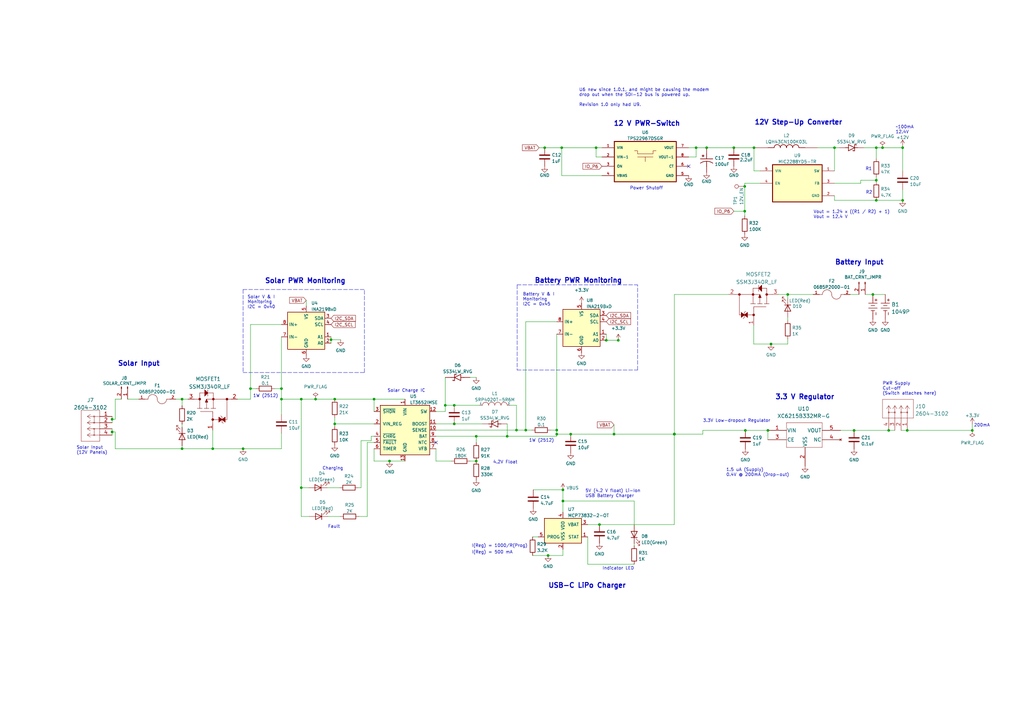
<source format=kicad_sch>
(kicad_sch (version 20211123) (generator eeschema)
  (paper "A3")
  (title_block (title "Enviro-node") (date "2023-04-13") (rev "${HARDWARE_REVISION}") (company "NSW Department of Primary Industries") (comment 1 "GitHub: https://github.com/DPIclimate/enviro-node"))
  (junction (at 358.013 120.777))
  (junction (at 305.435 86.614))
  (junction (at 359.41 82.169))
  (junction (at 370.205 82.169))
  (junction (at 195.326 189.103))
  (junction (at 74.676 163.703))
  (junction (at 359.41 73.914))
  (junction (at 361.9618 60.579))
  (junction (at 115.443 159.385))
  (junction (at 359.41 60.579))
  (junction (at 342.265 60.579))
  (junction (at 228.346 176.403))
  (junction (at 228.346 178.054))
  (junction (at 186.309 166.243))
  (junction (at 309.245 60.579))
  (junction (at 276.606 178.054))
  (junction (at 45.974 177.165))
  (junction (at 74.676 184.023))
  (junction (at 289.814 60.579))
  (junction (at 99.695 184.023))
  (junction (at 137.287 163.703))
  (junction (at 253.5962 139.5786))
  (junction (at 123.571 163.703))
  (junction (at 230.886 205.486))
  (junction (at 230.886 200.914))
  (junction (at 276.606 178.0249))
  (junction (at 159.766 189.103))
  (junction (at 211.836 176.403))
  (junction (at 244.475 60.579))
  (junction (at 370.205 60.579))
  (junction (at 305.7144 176.53))
  (junction (at 372.11 176.53))
  (junction (at 314.96 176.53))
  (junction (at 135.763 139.319))
  (junction (at 230.378 60.579))
  (junction (at 316.23 141.097))
  (junction (at 182.626 166.243))
  (junction (at 276.5704 178.054))
  (junction (at 115.443 163.703))
  (junction (at 208.026 178.943))
  (junction (at 45.974 171.958))
  (junction (at 364.49 176.53))
  (junction (at 87.249 184.023))
  (junction (at 129.4287 163.703))
  (junction (at 186.309 173.863))
  (junction (at 300.99 60.579))
  (junction (at 248.666 139.573))
  (junction (at 224.79 227.838))
  (junction (at 195.326 178.943))
  (junction (at 245.872 215.138))
  (junction (at 398.78 176.53))
  (junction (at 102.743 159.385))
  (junction (at 215.646 176.403))
  (junction (at 137.287 173.863))
  (junction (at 305.435 76.454))
  (junction (at 153.416 163.703))
  (junction (at 223.393 60.579))
  (junction (at 285.496 60.579))
  (junction (at 251.841 178.054))
  (junction (at 323.088 120.777))
  (junction (at 234.061 178.054))
  (junction (at 123.571 200.025))
  (junction (at 350.2914 176.53))
  (no_connect (at 282.448 68.199))
  (no_connect (at 178.816 181.483))
  (wire (pts (xy 288.2806 176.53) (xy 305.7144 176.53)))
  (wire (pts (xy 45.974 170.815) (xy 45.974 171.958)))
  (wire (pts (xy 359.41 60.579) (xy 359.41 65.024)))
  (wire (pts (xy 148.082 180.721) (xy 148.082 200.025)))
  (wire (pts (xy 353.06 75.184) (xy 353.06 73.914)))
  (wire (pts (xy 228.346 137.033) (xy 228.346 176.403)))
  (wire (pts (xy 178.816 184.023) (xy 178.816 189.103)))
  (wire (pts (xy 276.606 120.777) (xy 276.606 178.0249)))
  (wire (pts (xy 129.4287 163.703) (xy 137.287 163.703)))
  (wire (pts (xy 186.309 166.243) (xy 196.596 166.243)))
  (wire (pts (xy 245.872 215.138) (xy 276.5704 215.138)))
  (wire (pts (xy 115.443 163.703) (xy 123.571 163.703)))
  (wire (pts (xy 97.409 163.703) (xy 102.743 163.703)))
  (wire (pts (xy 123.571 163.703) (xy 123.571 200.025)))
  (wire (pts (xy 350.2914 176.53) (xy 364.49 176.53)))
  (wire (pts (xy 218.44 227.838) (xy 224.79 227.838)))
  (wire (pts (xy 246.888 64.389) (xy 244.475 64.389)))
  (wire (pts (xy 47.244 184.023) (xy 74.676 184.023)))
  (wire (pts (xy 208.026 173.863) (xy 208.026 178.943)))
  (wire (pts (xy 305.435 76.454) (xy 305.435 86.614)))
  (wire (pts (xy 230.886 205.486) (xy 260.096 205.486)))
  (wire (pts (xy 126.873 211.836) (xy 123.571 211.836)))
  (wire (pts (xy 309.88 60.579) (xy 309.245 60.579)))
  (wire (pts (xy 134.239 200.025) (xy 139.319 200.025)))
  (wire (pts (xy 208.026 178.943) (xy 228.346 178.943)))
  (wire (pts (xy 241.046 231.394) (xy 260.096 231.394)))
  (wire (pts (xy 276.5704 178.054) (xy 276.606 178.054)))
  (wire (pts (xy 316.23 141.097) (xy 323.088 141.097)))
  (wire (pts (xy 354.838 120.777) (xy 358.013 120.777)))
  (wire (pts (xy 309.245 70.104) (xy 309.245 60.579)))
  (wire (pts (xy 102.743 159.385) (xy 102.743 163.703)))
  (wire (pts (xy 359.41 73.914) (xy 359.41 74.549)))
  (wire (pts (xy 45.974 171.958) (xy 45.974 173.355)))
  (wire (pts (xy 112.649 159.385) (xy 115.443 159.385)))
  (wire (pts (xy 52.324 163.703) (xy 56.896 163.703)))
  (wire (pts (xy 115.443 184.023) (xy 115.443 177.673)))
  (wire (pts (xy 192.786 154.813) (xy 195.326 154.813)))
  (wire (pts (xy 221.107 60.579) (xy 223.393 60.579)))
  (wire (pts (xy 146.939 200.025) (xy 148.082 200.025)))
  (wire (pts (xy 192.786 189.103) (xy 195.326 189.103)))
  (wire (pts (xy 115.443 138.176) (xy 115.443 159.385)))
  (wire (pts (xy 228.346 178.054) (xy 234.061 178.054)))
  (wire (pts (xy 123.571 200.025) (xy 126.619 200.025)))
  (wire (pts (xy 311.785 75.184) (xy 305.435 75.184)))
  (wire (pts (xy 248.666 137.033) (xy 248.666 139.573)))
  (wire (pts (xy 123.571 163.703) (xy 129.4287 163.703)))
  (wire (pts (xy 276.606 178.054) (xy 288.2806 178.054)))
  (wire (pts (xy 285.496 64.389) (xy 285.496 60.579)))
  (wire (pts (xy 178.816 189.103) (xy 185.166 189.103)))
  (wire (pts (xy 45.974 177.165) (xy 45.974 178.435)))
  (wire (pts (xy 234.061 178.054) (xy 251.841 178.054)))
  (wire (pts (xy 323.088 131.445) (xy 323.088 130.175)))
  (polyline (pts (xy 212.09 116.84) (xy 261.493 116.84)))
  (wire (pts (xy 354.33 60.579) (xy 359.41 60.579)))
  (wire (pts (xy 276.5704 178.054) (xy 276.5704 215.138)))
  (wire (pts (xy 182.626 154.813) (xy 182.626 166.243)))
  (wire (pts (xy 102.743 133.096) (xy 115.443 133.096)))
  (wire (pts (xy 305.435 75.184) (xy 305.435 76.454)))
  (wire (pts (xy 135.763 138.176) (xy 135.763 139.319)))
  (wire (pts (xy 344.805 176.53) (xy 350.2914 176.53)))
  (wire (pts (xy 47.244 163.703) (xy 49.784 163.703)))
  (wire (pts (xy 244.475 64.389) (xy 244.475 60.579)))
  (wire (pts (xy 74.676 182.88) (xy 74.676 184.023)))
  (wire (pts (xy 282.448 64.389) (xy 285.496 64.389)))
  (wire (pts (xy 74.676 163.703) (xy 74.676 166.37)))
  (wire (pts (xy 224.79 227.838) (xy 230.886 227.838)))
  (wire (pts (xy 230.378 72.009) (xy 230.378 60.579)))
  (wire (pts (xy 251.841 174.244) (xy 251.841 178.054)))
  (wire (pts (xy 218.694 200.914) (xy 230.886 200.914)))
  (wire (pts (xy 223.393 60.579) (xy 230.378 60.579)))
  (wire (pts (xy 359.41 82.169) (xy 370.205 82.169)))
  (wire (pts (xy 358.013 120.777) (xy 363.093 120.777)))
  (polyline (pts (xy 99.695 152.781) (xy 149.479 152.781)))
  (polyline (pts (xy 149.479 152.781) (xy 149.479 118.745)))
  (wire (pts (xy 148.082 180.721) (xy 152.273 180.721)))
  (wire (pts (xy 186.309 173.863) (xy 197.866 173.863)))
  (wire (pts (xy 218.44 220.218) (xy 220.726 220.218)))
  (wire (pts (xy 74.676 184.023) (xy 87.249 184.023)))
  (wire (pts (xy 359.41 72.644) (xy 359.41 73.914)))
  (wire (pts (xy 370.205 60.579) (xy 370.205 59.944)))
  (wire (pts (xy 225.806 176.403) (xy 228.346 176.403)))
  (wire (pts (xy 319.278 120.777) (xy 323.088 120.777)))
  (wire (pts (xy 134.493 211.836) (xy 139.573 211.836)))
  (wire (pts (xy 309.118 141.097) (xy 316.23 141.097)))
  (wire (pts (xy 182.626 166.243) (xy 186.309 166.243)))
  (wire (pts (xy 102.743 133.096) (xy 102.743 159.385)))
  (wire (pts (xy 228.346 178.943) (xy 228.346 178.054)))
  (wire (pts (xy 342.265 60.579) (xy 344.17 60.579)))
  (wire (pts (xy 178.816 176.403) (xy 211.836 176.403)))
  (polyline (pts (xy 212.09 116.84) (xy 212.09 151.765)))
  (wire (pts (xy 209.296 166.243) (xy 211.836 166.243)))
  (wire (pts (xy 125.603 123.19) (xy 125.603 125.476)))
  (wire (pts (xy 215.646 131.953) (xy 228.346 131.953)))
  (wire (pts (xy 309.118 133.477) (xy 309.118 141.097)))
  (wire (pts (xy 288.2806 178.054) (xy 288.2806 176.53)))
  (wire (pts (xy 323.088 139.065) (xy 323.088 141.097)))
  (wire (pts (xy 241.046 215.138) (xy 245.872 215.138)))
  (wire (pts (xy 178.816 173.863) (xy 186.309 173.863)))
  (wire (pts (xy 370.205 82.169) (xy 370.205 77.724)))
  (wire (pts (xy 153.416 163.703) (xy 153.416 168.783)))
  (polyline (pts (xy 261.493 151.765) (xy 261.493 116.84)))
  (wire (pts (xy 361.9618 60.579) (xy 370.205 60.579)))
  (wire (pts (xy 228.346 178.054) (xy 228.346 176.403)))
  (wire (pts (xy 115.443 159.385) (xy 115.443 163.703)))
  (wire (pts (xy 342.265 82.169) (xy 359.41 82.169)))
  (wire (pts (xy 230.378 72.009) (xy 246.888 72.009)))
  (wire (pts (xy 335.28 60.579) (xy 342.265 60.579)))
  (wire (pts (xy 195.326 178.943) (xy 208.026 178.943)))
  (polyline (pts (xy 212.09 151.765) (xy 261.493 151.765)))
  (wire (pts (xy 370.205 60.579) (xy 370.205 70.104)))
  (wire (pts (xy 323.088 120.777) (xy 333.502 120.777)))
  (wire (pts (xy 152.273 178.943) (xy 153.416 178.943)))
  (wire (pts (xy 230.886 205.486) (xy 230.886 210.058)))
  (wire (pts (xy 182.626 168.783) (xy 182.626 166.243)))
  (wire (pts (xy 153.416 189.103) (xy 159.766 189.103)))
  (wire (pts (xy 153.416 163.703) (xy 166.116 163.703)))
  (wire (pts (xy 285.496 60.579) (xy 289.814 60.579)))
  (wire (pts (xy 251.841 178.054) (xy 276.5704 178.054)))
  (wire (pts (xy 74.676 163.703) (xy 77.089 163.703)))
  (wire (pts (xy 241.046 220.218) (xy 241.046 231.394)))
  (wire (pts (xy 153.416 184.023) (xy 153.416 189.103)))
  (wire (pts (xy 47.244 184.023) (xy 47.244 177.165)))
  (wire (pts (xy 152.273 180.721) (xy 152.273 178.943)))
  (wire (pts (xy 342.265 75.184) (xy 353.06 75.184)))
  (wire (pts (xy 398.78 176.53) (xy 398.78 173.99)))
  (wire (pts (xy 215.646 131.953) (xy 215.646 176.403)))
  (wire (pts (xy 253.5962 139.573) (xy 253.5962 139.5786)))
  (wire (pts (xy 230.886 227.838) (xy 230.886 225.298)))
  (wire (pts (xy 369.57 176.53) (xy 372.11 176.53)))
  (wire (pts (xy 135.763 139.319) (xy 135.763 140.716)))
  (wire (pts (xy 311.785 70.104) (xy 309.245 70.104)))
  (wire (pts (xy 314.96 176.53) (xy 314.96 180.34)))
  (wire (pts (xy 260.096 223.012) (xy 260.096 223.774)))
  (wire (pts (xy 47.244 177.165) (xy 45.974 177.165)))
  (wire (pts (xy 244.475 60.579) (xy 246.888 60.579)))
  (wire (pts (xy 372.11 176.53) (xy 398.78 176.53)))
  (wire (pts (xy 137.287 173.863) (xy 137.287 174.879)))
  (wire (pts (xy 178.816 178.943) (xy 195.326 178.943)))
  (wire (pts (xy 276.606 178.0249) (xy 276.606 178.054)))
  (wire (pts (xy 72.136 163.703) (xy 74.676 163.703)))
  (wire (pts (xy 289.814 60.579) (xy 300.99 60.579)))
  (wire (pts (xy 300.99 86.614) (xy 305.435 86.614)))
  (wire (pts (xy 372.11 176.5008) (xy 372.11 176.53)))
  (wire (pts (xy 135.763 139.319) (xy 139.7 139.319)))
  (wire (pts (xy 282.448 60.579) (xy 285.496 60.579)))
  (wire (pts (xy 211.836 176.403) (xy 215.646 176.403)))
  (wire (pts (xy 305.7144 176.53) (xy 314.96 176.53)))
  (wire (pts (xy 74.676 173.99) (xy 74.676 175.26)))
  (wire (pts (xy 137.287 173.863) (xy 153.416 173.863)))
  (polyline (pts (xy 99.695 118.745) (xy 149.479 118.745)))
  (wire (pts (xy 230.378 60.579) (xy 244.475 60.579)))
  (wire (pts (xy 159.766 189.103) (xy 166.116 189.103)))
  (wire (pts (xy 230.886 200.914) (xy 230.886 205.486)))
  (wire (pts (xy 348.742 120.777) (xy 352.298 120.777)))
  (wire (pts (xy 260.096 215.392) (xy 260.096 205.486)))
  (wire (pts (xy 323.088 120.777) (xy 323.088 122.555)))
  (wire (pts (xy 342.265 80.264) (xy 342.265 82.169)))
  (wire (pts (xy 150.622 181.483) (xy 153.416 181.483)))
  (wire (pts (xy 47.244 171.958) (xy 47.244 163.703)))
  (wire (pts (xy 45.974 171.958) (xy 47.244 171.958)))
  (wire (pts (xy 115.443 163.703) (xy 115.443 170.053)))
  (wire (pts (xy 45.974 175.895) (xy 45.974 177.165)))
  (wire (pts (xy 150.622 181.483) (xy 150.622 211.836)))
  (wire (pts (xy 147.193 211.836) (xy 150.622 211.836)))
  (wire (pts (xy 102.743 159.385) (xy 105.029 159.385)))
  (wire (pts (xy 309.245 60.579) (xy 300.99 60.579)))
  (wire (pts (xy 211.836 166.243) (xy 211.836 176.403)))
  (wire (pts (xy 87.249 176.403) (xy 87.249 184.023)))
  (wire (pts (xy 342.265 60.579) (xy 342.265 70.104)))
  (wire (pts (xy 87.249 184.023) (xy 99.695 184.023)))
  (wire (pts (xy 353.06 73.914) (xy 359.41 73.914)))
  (wire (pts (xy 178.816 168.783) (xy 182.626 168.783)))
  (wire (pts (xy 305.435 86.614) (xy 305.435 88.519)))
  (wire (pts (xy 248.666 139.573) (xy 253.5962 139.573)))
  (wire (pts (xy 359.41 60.579) (xy 361.9618 60.579)))
  (polyline (pts (xy 99.695 118.745) (xy 99.695 152.781)))
  (wire (pts (xy 99.695 184.023) (xy 115.443 184.023)))
  (wire (pts (xy 276.606 120.777) (xy 298.958 120.777)))
  (wire (pts (xy 137.287 171.323) (xy 137.287 173.863)))
  (wire (pts (xy 123.571 211.836) (xy 123.571 200.025)))
  (wire (pts (xy 137.287 163.703) (xy 153.416 163.703)))
  (wire (pts (xy 195.326 178.943) (xy 195.326 181.483)))
  (wire (pts (xy 364.49 176.53) (xy 367.03 176.53)))
  (wire (pts (xy 215.646 176.403) (xy 218.186 176.403)))
  (text "I(Reg) = 1000/R(Prog)" (at 216.408 224.663 180) (effects (font (size 1.27 1.27)) (justify right bottom)))
  (text "5V (4.2 V float) Li-Ion \nUSB Battery Charger" (at 240.03 204.216 0) (effects (font (size 1.27 1.27)) (justify left bottom)))
  (text "200mA" (at 399.415 175.26 0) (effects (font (size 1.27 1.27)) (justify left bottom)))
  (text "Solar Charge IC" (at 158.877 161.036 0) (effects (font (size 1.27 1.27)) (justify left bottom)))
  (text "1W (2512)" (at 216.916 181.483 0) (effects (font (size 1.27 1.27)) (justify left bottom)))
  (text "Charging" (at 132.207 192.913 0) (effects (font (size 1.27 1.27)) (justify left bottom)))
  (text "3.3V Low-dropout Regulator" (at 288.29 173.355 0) (effects (font (size 1.27 1.27)) (justify left bottom)))
  (text "Battery PWR Monitoring" (at 219.202 116.332 0) (effects (font (size 2 2) (thickness 0.4) bold) (justify left bottom)))
  (text "12 V PWR-Switch\n" (at 251.587 51.943 0) (effects (font (size 2 2) (thickness 0.4) bold) (justify left bottom)))
  (text "Indicator LED" (at 260.096 233.934 180) (effects (font (size 1.27 1.27)) (justify right bottom)))
  (text "USB-C LiPo Charger" (at 224.79 241.427 0) (effects (font (size 2 2) (thickness 0.4) bold) (justify left bottom)))
  (text "1.5 uA (Supply)\n0.4V @ 200mA (Drop-out)" (at 297.815 195.58 0) (effects (font (size 1.27 1.27)) (justify left bottom)))
  (text "Power Shutoff" (at 258.318 77.978 0) (effects (font (size 1.27 1.27)) (justify left bottom)))
  (text "Battery V & I\nMonitoring\nI2C = 0x45" (at 214.376 125.603 0) (effects (font (size 1.27 1.27)) (justify left bottom)))
  (text "U6 new since 1.0.1, and might be causing the modem\ndrop out when the SDI-12 bus is powered up.\n\nRevision 1.0 only had U9." (at 237.49 43.815 0) (effects (font (size 1.27 1.27)) (justify left bottom)))
  (text "Solar Input\n(12V Panels)" (at 31.369 186.436 0) (effects (font (size 1.27 1.27)) (justify left bottom)))
  (text "Battery Input" (at 342.392 108.839 0) (effects (font (size 2 2) (thickness 0.4) bold) (justify left bottom)))
  (text "3.3 V Regulator" (at 317.9064 164.084 0) (effects (font (size 2 2) (thickness 0.4) bold) (justify left bottom)))
  (text "R2" (at 355.092 79.756 0) (effects (font (size 1.27 1.27)) (justify left bottom)))
  (text "R1" (at 354.965 70.104 0) (effects (font (size 1.27 1.27)) (justify left bottom)))
  (text "I(Reg) = 500 mA" (at 210.312 227.33 180) (effects (font (size 1.27 1.27)) (justify right bottom)))
  (text "Vout = 1.24 x ((R1 / R2) + 1)\nVout = 12.4 V" (at 333.629 89.789 0) (effects (font (size 1.27 1.27)) (justify left bottom)))
  (text "~100mA\n12.4V" (at 367.284 54.991 0) (effects (font (size 1.27 1.27)) (justify left bottom)))
  (text "Solar V & I\nMonitoring\nI2C = 0x40" (at 101.473 126.746 0) (effects (font (size 1.27 1.27)) (justify left bottom)))
  (text "12V Step-Up Converter" (at 309.372 51.435 0) (effects (font (size 2 2) (thickness 0.4) bold) (justify left bottom)))
  (text "Solar Input" (at 48.26 150.368 0) (effects (font (size 2 2) (thickness 0.4) bold) (justify left bottom)))
  (text "Solar PWR Monitoring" (at 108.585 116.459 0) (effects (font (size 2 2) (thickness 0.4) bold) (justify left bottom)))
  (text "4.2V Float" (at 202.184 190.373 0) (effects (font (size 1.27 1.27)) (justify left bottom)))
  (text "Fault" (at 134.493 216.789 0) (effects (font (size 1.27 1.27)) (justify left bottom)))
  (text "PWR Supply\nCut-off\n(Switch attaches here)" (at 361.95 162.179 0) (effects (font (size 1.27 1.27)) (justify left bottom)))
  (text "1W (2512)" (at 103.759 163.195 0) (effects (font (size 1.27 1.27)) (justify left bottom)))
  (global_label "I2C_SCL" (shape input) (at 248.666 131.953 0) (property "Intersheet References" "${INTERSHEET_REFS}" (effects hide)))
  (global_label "IO_P6" (shape input) (at 300.99 86.614 180) (property "Intersheet References" "${INTERSHEET_REFS}" (effects hide)))
  (global_label "I2C_SDA" (shape input) (at 135.763 130.556 0) (property "Intersheet References" "${INTERSHEET_REFS}" (effects hide)))
  (global_label "VBAT" (shape input) (at 125.603 123.19 180) (property "Intersheet References" "${INTERSHEET_REFS}" (effects hide)))
  (global_label "I2C_SDA" (shape input) (at 248.666 129.413 0) (property "Intersheet References" "${INTERSHEET_REFS}" (effects hide)))
  (global_label "VBAT" (shape input) (at 251.841 174.244 180) (property "Intersheet References" "${INTERSHEET_REFS}" (effects hide)))
  (global_label "I2C_SCL" (shape input) (at 135.763 133.096 0) (property "Intersheet References" "${INTERSHEET_REFS}" (effects hide)))
  (global_label "VBAT" (shape input) (at 221.107 60.579 180) (property "Intersheet References" "${INTERSHEET_REFS}" (effects hide)))
  (global_label "IO_P6" (shape input) (at 246.888 68.199 180) (property "Intersheet References" "${INTERSHEET_REFS}" (effects hide)))
  (symbol (lib_id "Device:C") (at 115.443 173.863 0) (unit 1)
    (property "Reference" "C11" (at 118.364 173.0283 0) (effects (justify left)))
    (property "Value" "10uF" (at 118.364 175.5652 0) (effects (justify left)))
    (property "Footprint" "Capacitor_SMD:C_0805_2012Metric" (effects hide))
    (property "Datasheet" "https://www.digikey.com.au/en/products/detail/tdk-corporation/C2012X5R1V106K125AC/3951654" (effects hide))
    (property "Part" "C2012X5R1V106K125AC" (effects hide))
  )
  (symbol (lib_id "power:GND") (at 195.326 196.723 0) (unit 1)
    (property "Reference" "#PWR059" (effects hide))
    (property "Value" "GND" (at 195.326 201.1664 0))
  )
  (symbol (lib_id "power:GND") (at 350.2914 184.15 0) (unit 1)
    (property "Reference" "#PWR077" (effects hide))
    (property "Value" "GND" (at 350.2914 188.5934 0))
  )
  (symbol (lib_id "SS34LW_RVG:SS34LW_RVG") (at 202.946 173.863 180) (unit 1)
    (property "Reference" "D7" (at 202.946 168.8932 0))
    (property "Value" "SS34LW_RVG" (at 202.946 171.4301 0))
    (property "Footprint" "SS34LW_RVG:SODFL3718X102N" (effects hide))
    (property "Datasheet" "https://www.digikey.com.au/en/products/detail/taiwan-semiconductor-corporation/SS34LW/7359612" (effects hide))
    (property "MANUFACTURER" "Taiwan Semiconductor" (effects hide))
    (property "MAXIMUM_PACKAGE_HEIGHT" "1.02 mm" (effects hide))
    (property "STANDARD" "IPC-7351B" (effects hide))
    (property "PARTREV" "C2103" (effects hide))
    (property "Part" "SS34LW_RVG" (effects hide))
  )
  (symbol (lib_id "power:GND") (at 223.393 68.199 0) (unit 1)
    (property "Reference" "#PWR057" (effects hide))
    (property "Value" "GND" (at 225.425 71.882 0) (effects (justify right)))
  )
  (symbol (lib_id "power:GND") (at 300.99 68.199 0) (unit 1)
    (property "Reference" "#PWR070" (effects hide))
    (property "Value" "GND" (at 300.99 71.882 0))
  )
  (symbol (lib_id "power:+12V") (at 370.205 59.944 0) (unit 1)
    (property "Reference" "#PWR075" (effects hide))
    (property "Value" "+12V" (at 370.205 56.3682 0))
  )
  (symbol (lib_id "power:GND") (at 305.7144 184.15 0) (unit 1)
    (property "Reference" "#PWR072" (effects hide))
    (property "Value" "GND" (at 305.7144 188.5934 0))
  )
  (symbol (lib_id "Battery_Management:LT3652IMSE") (at 166.116 176.403 0) (unit 1)
    (property "Reference" "U5" (at 168.1354 162.5432 0) (effects (justify left)))
    (property "Value" "LT3652IMSE" (at 168.1354 165.0801 0) (effects (justify left)))
    (property "Footprint" "Package_SO:MSOP-12-1EP_3x4mm_P0.65mm_EP1.65x2.85mm" (effects hide))
    (property "Datasheet" "https://www.analog.com/media/en/technical-documentation/data-sheets/3652fe.pdf" (effects hide))
    (property "Part" "LT3652IMSE" (effects hide))
  )
  (symbol (lib_id "power:GND") (at 234.061 185.674 0) (unit 1)
    (property "Reference" "#PWR063" (effects hide))
    (property "Value" "GND" (at 234.061 190.1174 0))
  )
  (symbol (lib_id "SSM3J340R-LF:SSM3J340R_LF") (at 79.629 173.863 90) (unit 1)
    (property "Reference" "MOSFET1" (at 85.344 155.448 90) (effects (font (size 1.524 1.524))))
    (property "Value" "SSM3J340R_LF" (at 85.979 158.623 90) (effects (font (size 1.524 1.524))))
    (property "Footprint" "SSM3J340R_LF:SSM3J340R_LF" (effects hide))
    (property "Datasheet" "https://www.digikey.com.au/en/products/detail/toshiba-semiconductor-and-storage/SSM3J340R-LF/10259884?s=N4IgTCBcDaIMpwLIGYBSyAsAGASgfQBkAxEAXQF8g" (effects hide))
    (property "Part" "SSM3J340R,LF" (effects hide))
  )
  (symbol (lib_id "0685P2000-01:0685P2000-01") (at 341.122 120.777 0) (unit 1)
    (property "Reference" "F2" (at 341.122 115.223 0))
    (property "Value" "0685P2000-01" (at 341.122 117.7599 0))
    (property "Footprint" "0685P2000-01:0685P2000-01" (effects hide))
    (property "Datasheet" "https://www.digikey.com.au/en/products/detail/bel-fuse-inc/0685P2000-01/12140901?s=N4IgTCBcDaIAwDYAcBWACmOWC0cCMIAugL5A" (effects hide))
    (property "MAXIMUM_PACKAGE_HEIGHT" "0.83mm" (effects hide))
    (property "PARTREV" "Jan2019" (effects hide))
    (property "STANDARD" "IPC-7351B" (effects hide))
    (property "MANUFACTURER" "BELFUSE" (effects hide))
    (property "Part" "0685P2000-01" (effects hide))
  )
  (symbol (lib_id "Device:R") (at 137.287 167.513 0) (unit 1)
    (property "Reference" "R22" (at 139.065 166.6783 0) (effects (justify left)))
    (property "Value" "21K" (at 139.065 169.2152 0) (effects (justify left)))
    (property "Footprint" "Resistor_SMD:R_0805_2012Metric" (effects hide))
    (property "Datasheet" "https://www.digikey.com.au/en/products/detail/vishay-dale/CRCW080521K0FKEA/1175785" (effects hide))
    (property "Part" "CRCW080521K0FKEA" (effects hide))
  )
  (symbol (lib_id "power:GND") (at 137.287 182.499 0) (unit 1)
    (property "Reference" "#PWR054" (effects hide))
    (property "Value" "GND" (at 137.287 186.9424 0))
  )
  (symbol (lib_id "T520B107M006ATE015:T520B107M006ATE015") (at 289.814 65.659 270) (unit 1)
    (property "Reference" "C17" (at 293.116 64.8243 90) (effects (justify left)))
    (property "Value" "100uF" (at 293.116 67.3612 90) (effects (justify left)))
    (property "Footprint" "T520B107M006ATE015:CAPPM3528X210N" (effects hide))
    (property "Datasheet" "https://www.digikey.com.au/en/products/detail/kemet/T520B107M006ATE015/1842096?s=N4IgTCBcDaICoFYwAYBCBGZB2Ass5AbAIJwCiy6CIAugL5A" (effects hide))
    (property "STANDARD" "IPC-7351B" (effects hide))
    (property "MANUFACTURER" "KEMET" (effects hide))
    (property "Part" "T520B107M006ATE015" (effects hide))
  )
  (symbol (lib_id "Device:R") (at 74.676 170.18 0) (unit 1)
    (property "Reference" "R20" (at 76.454 169.3453 0) (effects (justify left)))
    (property "Value" "2K" (at 76.454 171.8822 0) (effects (justify left)))
    (property "Footprint" "Resistor_SMD:R_0805_2012Metric" (effects hide))
    (property "Datasheet" "https://www.digikey.com.au/en/products/detail/te-connectivity-passive-product/CRG0805F4K7/2135488" (effects hide))
    (property "Part" "CRG0805F4K7" (effects hide))
  )
  (symbol (lib_id "Device:R") (at 218.44 224.028 180) (unit 1)
    (property "Reference" "R29" (at 220.218 223.1933 0) (effects (justify right)))
    (property "Value" "3.2K" (at 220.218 225.7302 0) (effects (justify right)))
    (property "Footprint" "Resistor_SMD:R_0805_2012Metric" (effects hide))
    (property "Datasheet" "https://www.digikey.com.au/en/products/detail/vishay-dale/TNPW08053K20BEEA/4972596" (effects hide))
    (property "Part" "TNPW08053K20BEEA" (effects hide))
  )
  (symbol (lib_id "power:GND") (at 218.694 208.534 0) (unit 1)
    (property "Reference" "#PWR060" (effects hide))
    (property "Value" "GND" (at 218.694 212.9774 0))
  )
  (symbol (lib_id "2604-3102:2604-3102") (at 35.814 175.895 0) (mirror y) (unit 1)
    (property "Reference" "J7" (at 37.084 164.1274 0) (effects (font (size 1.524 1.524))))
    (property "Value" "2604-3102" (at 37.084 167.1208 0) (effects (font (size 1.524 1.524))))
    (property "Footprint" "2604-3102:2604-3102" (effects hide))
    (property "Datasheet" "https://www.digikey.com.au/en/products/detail/wago-corporation/2604-3102/15528152?s=N4IgTCBcDa4GwAYAsBaAzARgRAugXyA" (effects hide))
    (property "Part" "2604-3102" (effects hide))
  )
  (symbol (lib_id "XC6215B332MR-G:XC6215B332MR-G") (at 322.58 173.355 0) (unit 1)
    (property "Reference" "U10" (at 329.565 167.64 0) (effects (font (size 1.524 1.524))))
    (property "Value" "XC6215B332MR-G" (at 329.565 170.6334 0) (effects (font (size 1.524 1.524))))
    (property "Footprint" "XC6215B332:XC6215B332MR-G" (effects hide))
    (property "Datasheet" "https://www.digikey.com.au/en/products/detail/torex-semiconductor-ltd/XC6215B332MR-G/2138122" (effects hide))
    (property "Part" "XC6215B332MR-G" (effects hide))
  )
  (symbol (lib_id "power:PWR_FLAG") (at 398.78 176.53 180) (unit 1)
    (property "Reference" "#FLG02" (effects hide))
    (property "Value" "PWR_FLAG" (at 398.78 181.61 0))
  )
  (symbol (lib_id "power:GND") (at 245.872 222.758 0) (unit 1)
    (property "Reference" "#PWR067" (effects hide))
    (property "Value" "GND" (at 245.872 227.2014 0))
  )
  (symbol (lib_id "Device:R") (at 137.287 178.689 0) (unit 1)
    (property "Reference" "R23" (at 139.065 177.8543 0) (effects (justify left)))
    (property "Value" "10K" (at 139.065 180.3912 0) (effects (justify left)))
    (property "Footprint" "Resistor_SMD:R_0805_2012Metric" (effects hide))
    (property "Datasheet" "https://www.digikey.com.au/en/products/detail/yageo/RC0805FR-0710KP/4935334" (effects hide))
    (property "Part" "RC0805FR-0710KP" (effects hide))
  )
  (symbol (lib_id "Device:R") (at 108.839 159.385 90) (unit 1)
    (property "Reference" "R21" (at 108.839 154.6692 90))
    (property "Value" "0.1" (at 108.839 157.2061 90))
    (property "Footprint" "Resistor_SMD:R_2512_6332Metric" (effects hide))
    (property "Datasheet" "https://www.digikey.com.au/en/products/detail/bourns-inc/CRL2512-FW-R100ELF/3786041" (effects hide))
    (property "Part" "CRL2512-FW-R100ELF" (effects hide))
  )
  (symbol (lib_id "Device:C") (at 350.2914 180.34 0) (unit 1)
    (property "Reference" "C21" (at 353.2124 179.5053 0) (effects (justify left)))
    (property "Value" "0.1uF" (at 353.2124 182.0422 0) (effects (justify left)))
    (property "Footprint" "Capacitor_SMD:C_0805_2012Metric" (effects hide))
    (property "Datasheet" "https://www.digikey.com.au/en/products/detail/yageo/AC0805KRX7R7BB104/6643148" (effects hide))
    (property "Part" "AC0805KRX7R7BB104" (effects hide))
  )
  (symbol (lib_id "Connector:Conn_01x02_Male") (at 354.838 115.697 270) (unit 1)
    (property "Reference" "J9" (at 352.298 111.379 90) (effects (justify left)))
    (property "Value" "BAT_CRNT_JMPR" (at 346.329 113.665 90) (effects (justify left)))
    (property "Footprint" "Connector_PinHeader_2.54mm:PinHeader_1x02_P2.54mm_Vertical" (effects hide))
  )
  (symbol (lib_id "power:GND") (at 139.7 139.319 0) (unit 1)
    (property "Reference" "#PWR055" (effects hide))
    (property "Value" "GND" (at 139.7 143.7624 0))
  )
  (symbol (lib_id "power:GND") (at 358.013 130.937 0) (unit 1)
    (property "Reference" "#PWR078" (effects hide))
    (property "Value" "GND" (at 358.013 135.3804 0))
  )
  (symbol (lib_id "Device:C") (at 300.99 64.389 0) (unit 1)
    (property "Reference" "C18" (at 303.911 63.5543 0) (effects (justify left)))
    (property "Value" "2.2uF" (at 303.403 65.532 0) (effects (justify left)))
    (property "Footprint" "Capacitor_SMD:C_0805_2012Metric" (effects hide))
    (property "Datasheet" "https://www.digikey.com.au/en/products/detail/kemet/C0805C225M3RAC7800/5267532" (effects hide))
    (property "Part" "C0805C225M3RAC7800" (effects hide))
  )
  (symbol (lib_id "Analog_ADC:INA219BxD") (at 238.506 134.493 0) (unit 1)
    (property "Reference" "U8" (at 240.5254 123.1732 0) (effects (justify left)))
    (property "Value" "INA219BxD" (at 240.5254 125.7101 0) (effects (justify left)))
    (property "Footprint" "Package_SO:SOIC-8_3.9x4.9mm_P1.27mm" (effects hide))
    (property "Datasheet" "http://www.ti.com/lit/ds/symlink/ina219.pdf" (effects hide))
    (property "Part" "INA219BIDR" (effects hide))
  )
  (symbol (lib_id "Battery_Management:MCP73832-2-OT") (at 230.886 217.678 0) (unit 1)
    (property "Reference" "U7" (at 232.9054 208.8982 0) (effects (justify left)))
    (property "Value" "MCP73832-2-OT" (at 232.9054 211.4351 0) (effects (justify left)))
    (property "Footprint" "Package_TO_SOT_SMD:SOT-23-5" (effects hide))
    (property "Datasheet" "http://ww1.microchip.com/downloads/en/DeviceDoc/20001984g.pdf" (effects hide))
    (property "Part" "MCP73832T-2ACI/OT" (effects hide))
  )
  (symbol (lib_id "SS34LW_RVG:SS34LW_RVG") (at 349.25 60.579 0) (unit 1)
    (property "Reference" "D9" (at 349.25 55.6092 0))
    (property "Value" "SS34LW_RVG" (at 349.25 58.1461 0))
    (property "Footprint" "SS34LW_RVG:SODFL3718X102N" (effects hide))
    (property "Datasheet" "https://www.digikey.com.au/en/products/detail/taiwan-semiconductor-corporation/SS34LW/7359612" (effects hide))
    (property "MANUFACTURER" "Taiwan Semiconductor" (effects hide))
    (property "MAXIMUM_PACKAGE_HEIGHT" "1.02 mm" (effects hide))
    (property "STANDARD" "IPC-7351B" (effects hide))
    (property "PARTREV" "C2103" (effects hide))
    (property "Part" "SS34LW_RVG" (effects hide))
  )
  (symbol (lib_id "Device:R") (at 195.326 185.293 180) (unit 1)
    (property "Reference" "R27" (at 197.104 184.4583 0) (effects (justify right)))
    (property "Value" "91K" (at 197.104 186.9952 0) (effects (justify right)))
    (property "Footprint" "Resistor_SMD:R_0805_2012Metric" (effects hide))
    (property "Datasheet" "https://www.digikey.com.au/en/products/detail/vishay-dale/CRCW080591K0FKEA/1175861" (effects hide))
    (property "Part" "CRCW080591K0FKEA" (effects hide))
  )
  (symbol (lib_id "power:PWR_FLAG") (at 129.4287 163.703 0) (unit 1)
    (property "Reference" "#FLG04" (effects hide))
    (property "Value" "PWR_FLAG" (at 129.4287 158.623 0))
  )
  (symbol (lib_id "pspice:INDUCTOR") (at 202.946 166.243 0) (unit 1)
    (property "Reference" "L1" (at 202.946 161.4002 0))
    (property "Value" "SRP4020T-5R6M" (at 202.946 163.9371 0))
    (property "Footprint" "SRP4020TA-5R6M:IND_SRP4020TA-5R6M" (effects hide))
    (property "Datasheet" "https://www.bourns.com/docs/Product-Datasheets/SRP4020TA.pdf" (effects hide))
    (property "Part" "SRP4020TA-5R6M" (effects hide))
  )
  (symbol (lib_id "power:GND") (at 125.603 145.796 0) (unit 1)
    (property "Reference" "#PWR053" (effects hide))
    (property "Value" "GND" (at 125.603 150.2394 0))
  )
  (symbol (lib_id "Device:R") (at 359.41 78.359 180) (unit 1)
    (property "Reference" "R34" (at 361.188 77.5243 0) (effects (justify right)))
    (property "Value" "4.7K" (at 361.188 80.0612 0) (effects (justify right)))
    (property "Footprint" "Resistor_SMD:R_0805_2012Metric" (effects hide))
    (property "Datasheet" "https://www.digikey.com.au/en/products/detail/te-connectivity-passive-product/CRG0805F4K7/2135488" (effects hide))
    (property "Part" "CRG0805F4K7" (effects hide))
  )
  (symbol (lib_id "Device:C") (at 234.061 181.864 0) (unit 1)
    (property "Reference" "C15" (at 236.982 181.0293 0) (effects (justify left)))
    (property "Value" "10uF" (at 236.982 183.5662 0) (effects (justify left)))
    (property "Footprint" "Capacitor_SMD:C_0805_2012Metric" (effects hide))
    (property "Datasheet" "https://www.digikey.com.au/en/products/detail/tdk-corporation/C2012X5R1V106K125AC/3951654" (effects hide))
    (property "Part" "C2012X5R1V106K125AC" (effects hide))
  )
  (symbol (lib_id "Device:R") (at 260.096 227.584 180) (unit 1)
    (property "Reference" "R31" (at 261.874 226.7493 0) (effects (justify right)))
    (property "Value" "1K" (at 261.874 229.2862 0) (effects (justify right)))
    (property "Footprint" "Resistor_SMD:R_0805_2012Metric" (effects hide))
    (property "Datasheet" "https://www.digikey.com.au/en/products/detail/bourns-inc/CR0805-FX-1001ELF/3593162" (effects hide))
    (property "Part" "CR0805-FX-1001ELF" (effects hide))
  )
  (symbol (lib_id "Device:R") (at 195.326 192.913 180) (unit 1)
    (property "Reference" "R28" (at 197.104 192.0783 0) (effects (justify right)))
    (property "Value" "330K" (at 197.104 194.6152 0) (effects (justify right)))
    (property "Footprint" "Resistor_SMD:R_0805_2012Metric" (effects hide))
    (property "Datasheet" "https://www.digikey.com.au/en/products/detail/panasonic-electronic-components/ERJ-6ENF3303V/1746491" (effects hide))
    (property "Part" "ERJ-6ENF3303V" (effects hide))
  )
  (symbol (lib_id "power:PWR_FLAG") (at 361.9618 60.579 0) (unit 1)
    (property "Reference" "#FLG01" (effects hide))
    (property "Value" "PWR_FLAG" (at 361.9618 55.9027 0))
  )
  (symbol (lib_id "2604-3102:2604-3102") (at 367.03 166.37 270) (mirror x) (unit 1)
    (property "Reference" "J10" (at 375.3485 166.6638 90) (effects (font (size 1.524 1.524)) (justify left)))
    (property "Value" "2604-3102" (at 375.3485 169.6572 90) (effects (font (size 1.524 1.524)) (justify left)))
    (property "Footprint" "2604-3102:2604-3102" (effects hide))
    (property "Datasheet" "https://www.digikey.com.au/en/products/detail/wago-corporation/2604-3102/15528152?s=N4IgTCBcDa4GwAYAsBaAzARgRAugXyA" (effects hide))
    (property "Part" "2604-3102" (effects hide))
  )
  (symbol (lib_id "Device:R") (at 359.41 68.834 180) (unit 1)
    (property "Reference" "R33" (at 361.188 67.9993 0) (effects (justify right)))
    (property "Value" "47K" (at 361.188 70.5362 0) (effects (justify right)))
    (property "Footprint" "Resistor_SMD:R_0805_2012Metric" (effects hide))
    (property "Datasheet" "https://www.digikey.com.au/en/products/detail/vishay-dale/CRCW080547K0FKTA/1223026" (effects hide))
    (property "Part" "CRCW080547K0FKTA" (effects hide))
  )
  (symbol (lib_id "power:GND") (at 330.2 191.135 0) (unit 1)
    (property "Reference" "#PWR074" (effects hide))
    (property "Value" "GND" (at 330.2 195.5784 0))
  )
  (symbol (lib_id "power:GND") (at 224.79 227.838 0) (unit 1)
    (property "Reference" "#PWR061" (effects hide))
    (property "Value" "GND" (at 224.79 232.2814 0))
  )
  (symbol (lib_id "Device:R") (at 143.129 200.025 90) (unit 1)
    (property "Reference" "R24" (at 143.129 195.3092 90))
    (property "Value" "2K" (at 143.129 197.8461 90))
    (property "Footprint" "Resistor_SMD:R_0805_2012Metric" (effects hide))
    (property "Datasheet" "https://www.digikey.com.au/en/products/detail/te-connectivity-passive-product/CRG0805F4K7/2135488" (effects hide))
    (property "Part" "CRG0805F4K7" (effects hide))
  )
  (symbol (lib_id "Device:R") (at 188.976 189.103 270) (unit 1)
    (property "Reference" "R26" (at 188.976 184.3872 90))
    (property "Value" "180K" (at 188.976 186.9241 90))
    (property "Footprint" "Resistor_SMD:R_0805_2012Metric" (effects hide))
    (property "Datasheet" "https://www.digikey.com.au/en/products/detail/yageo/RT0805FRE07180KL/1035150" (effects hide))
    (property "Part" "RT0805FRE07180KL" (effects hide))
  )
  (symbol (lib_id "Device:LED") (at 260.096 219.202 90) (unit 1)
    (property "Reference" "D8" (at 263.017 219.9548 90) (effects (justify right)))
    (property "Value" "LED(Green)" (at 263.017 222.4917 90) (effects (justify right)))
    (property "Footprint" "LED_SMD:LED_0805_2012Metric" (effects hide))
    (property "Datasheet" "https://www.digikey.com.au/en/products/detail/osram-opto-ams-osram/LG-R971-KN-1/1227925" (effects hide))
    (property "Part" "LG R971-KN-1" (effects hide))
  )
  (symbol (lib_id "Device:LED") (at 130.683 211.836 180) (unit 1)
    (property "Reference" "D5" (at 132.2705 205.9772 0))
    (property "Value" "LED(Red)" (at 132.2705 208.5141 0))
    (property "Footprint" "LED_SMD:LED_0805_2012Metric" (effects hide))
    (property "Datasheet" "https://www.digikey.com.au/en/products/detail/osram-opto-ams-osram/LS-R976-NR-1/1227987" (effects hide))
    (property "Part" "LS R976-NR-1" (effects hide))
  )
  (symbol (lib_id "MIC2288YD5-TR:MIC2288YD5-TR") (at 327.025 75.184 0) (unit 1)
    (property "Reference" "U9" (at 327.025 63.788 0))
    (property "Value" "MIC2288YD5-TR" (at 327.025 66.3249 0))
    (property "Footprint" "MIC2288YD5-TR:SOT95P280X100-5N" (effects hide))
    (property "Datasheet" "https://www.digikey.com.au/en/products/detail/microchip-technology/MIC2288YD5-TR/1028498?s=N4IgTCBcDaILIEkDCYwA40E0AiBWAtACoBKIAugL5A" (effects hide))
    (property "Part" "MIC2288YD5-TR" (effects hide))
  )
  (symbol (lib_id "Connector:Conn_01x02_Male") (at 52.324 158.623 270) (unit 1)
    (property "Reference" "J8" (at 49.784 155.067 90) (effects (justify left)))
    (property "Value" "SOLAR_CRNT_JMPR" (at 42.164 157.226 90) (effects (justify left)))
    (property "Footprint" "Connector_PinHeader_2.54mm:PinHeader_1x02_P2.54mm_Vertical" (effects hide))
  )
  (symbol (lib_id "Device:C") (at 186.309 170.053 180) (unit 1)
    (property "Reference" "C13" (at 189.23 169.2183 0) (effects (justify right)))
    (property "Value" "1uF" (at 189.23 171.7552 0) (effects (justify right)))
    (property "Footprint" "Capacitor_SMD:C_0805_2012Metric" (effects hide))
    (property "Datasheet" "https://www.digikey.com.au/en/products/detail/kemet/C0805C105K3RAC7800/2211765" (effects hide))
    (property "Part" "C0805C105K3RAC7800" (effects hide))
  )
  (symbol (lib_id "LQH43CN100K03L:LQH43CN100K03L") (at 322.58 60.579 0) (unit 1)
    (property "Reference" "L2" (at 322.58 55.6092 0))
    (property "Value" "LQH43CN100K03L" (at 322.58 58.1461 0))
    (property "Footprint" "LQH43CN100K03L:IND_LQH43CN100K03L" (effects hide))
    (property "Datasheet" "https://www.digikey.com.au/en/products/detail/murata-electronics/LQH43CN100K03L/599911?s=N4IgTCBcDaIDIEUASAWAzAYQHIEYAMeA0nmnCALoC%2BQA" (effects hide))
    (property "STANDARD" "Manufacturer Recommendations" (effects hide))
    (property "MAXIMUM_PACKAGE_HEIGHT" "2.8mm" (effects hide))
    (property "PARTREV" "N/A" (effects hide))
    (property "MANUFACTURER" "Murata" (effects hide))
    (property "Part" "LQH43CN100K03L" (effects hide))
  )
  (symbol (lib_id "power:GND") (at 99.695 184.023 0) (unit 1)
    (property "Reference" "#PWR051" (effects hide))
    (property "Value" "GND" (at 99.695 188.4664 0))
  )
  (symbol (lib_id "power:GND") (at 289.814 70.739 0) (unit 1)
    (property "Reference" "#PWR068" (effects hide))
    (property "Value" "GND" (at 291.846 74.422 0) (effects (justify right)))
  )
  (symbol (lib_id "power:+3.3V") (at 253.5962 139.5786 0) (unit 1)
    (property "Reference" "#PWR011" (effects hide))
    (property "Value" "+3.3V" (at 253.5962 134.62 0))
  )
  (symbol (lib_id "Device:LED") (at 130.429 200.025 180) (unit 1)
    (property "Reference" "D4" (at 132.0165 194.1662 0))
    (property "Value" "LED(Green)" (at 132.0165 196.7031 0))
    (property "Footprint" "LED_SMD:LED_0805_2012Metric" (effects hide))
    (property "Datasheet" "https://www.digikey.com.au/en/products/detail/osram-opto-ams-osram/LG-R971-KN-1/1227925" (effects hide))
    (property "Part" "LG R971-KN-1" (effects hide))
  )
  (symbol (lib_id "power:GND") (at 316.23 141.097 0) (unit 1)
    (property "Reference" "#PWR073" (effects hide))
    (property "Value" "GND" (at 316.23 145.5404 0))
  )
  (symbol (lib_id "Device:C") (at 245.872 218.948 0) (unit 1)
    (property "Reference" "C16" (at 248.793 218.1133 0) (effects (justify left)))
    (property "Value" "4.7uF" (at 248.793 220.6502 0) (effects (justify left)))
    (property "Footprint" "Capacitor_SMD:C_0805_2012Metric" (effects hide))
    (property "Datasheet" "https://www.digikey.com.au/en/products/detail/samsung-electro-mechanics/CL21B475KOFNFNE/3888628" (effects hide))
    (property "Part" "CL21B475KOFNFNE" (effects hide))
  )
  (symbol (lib_id "power:VBUS") (at 230.886 200.914 0) (unit 1)
    (property "Reference" "#PWR062" (effects hide))
    (property "Value" "VBUS" (at 232.283 200.0778 0) (effects (justify left)))
  )
  (symbol (lib_id "Device:C") (at 218.694 204.724 0) (unit 1)
    (property "Reference" "C14" (at 221.615 203.8893 0) (effects (justify left)))
    (property "Value" "4.7uF" (at 221.615 206.4262 0) (effects (justify left)))
    (property "Footprint" "Capacitor_SMD:C_0805_2012Metric" (effects hide))
    (property "Datasheet" "https://www.digikey.com.au/en/products/detail/samsung-electro-mechanics/CL21B475KOFNFNE/3888628" (effects hide))
    (property "Part" "CL21B475KOFNFNE" (effects hide))
  )
  (symbol (lib_id "SS34LW_RVG:SS34LW_RVG") (at 187.706 154.813 180) (unit 1)
    (property "Reference" "D6" (at 187.706 149.8432 0))
    (property "Value" "SS34LW_RVG" (at 187.706 152.3801 0))
    (property "Footprint" "SS34LW_RVG:SODFL3718X102N" (effects hide))
    (property "Datasheet" "https://www.digikey.com.au/en/products/detail/taiwan-semiconductor-corporation/SS34LW/7359612" (effects hide))
    (property "MANUFACTURER" "Taiwan Semiconductor" (effects hide))
    (property "MAXIMUM_PACKAGE_HEIGHT" "1.02 mm" (effects hide))
    (property "STANDARD" "IPC-7351B" (effects hide))
    (property "PARTREV" "C2103" (effects hide))
    (property "Part" "SS34LW_RVG" (effects hide))
  )
  (symbol (lib_id "power:GND") (at 195.326 154.813 0) (unit 1)
    (property "Reference" "#PWR058" (effects hide))
    (property "Value" "GND" (at 195.326 159.2564 0))
  )
  (symbol (lib_id "Device:C") (at 305.7144 180.34 180) (unit 1)
    (property "Reference" "C19" (at 308.6354 179.5053 0) (effects (justify right)))
    (property "Value" "1uF" (at 308.6354 182.0422 0) (effects (justify right)))
    (property "Footprint" "Capacitor_SMD:C_0805_2012Metric" (effects hide))
    (property "Datasheet" "https://www.digikey.com.au/en/products/detail/kemet/C0805C105K3RAC7800/2211765" (effects hide))
    (property "Part" "C0805C105K3RAC7800" (effects hide))
  )
  (symbol (lib_id "SSM3J340R-LF:SSM3J340R_LF") (at 316.738 130.937 270) (mirror x) (unit 1)
    (property "Reference" "MOSFET2" (at 311.023 112.522 90) (effects (font (size 1.524 1.524))))
    (property "Value" "SSM3J340R_LF" (at 310.388 115.697 90) (effects (font (size 1.524 1.524))))
    (property "Footprint" "SSM3J340R_LF:SSM3J340R_LF" (effects hide))
    (property "Datasheet" "https://www.digikey.com.au/en/products/detail/toshiba-semiconductor-and-storage/SSM3J340R-LF/10259884?s=N4IgTCBcDaIMpwLIGYBSyAsAGASgfQBkAxEAXQF8g" (effects hide))
    (property "Part" "SSM3J340R,LF" (effects hide))
  )
  (symbol (lib_id "TPS22967DSGR:TPS22967DSGR") (at 264.668 70.739 0) (unit 1)
    (property "Reference" "U6" (at 264.668 54.263 0))
    (property "Value" "TPS22967DSGR" (at 264.668 56.7999 0))
    (property "Footprint" "TPS22967DSGR:SON50P200X200X80-9N" (effects hide))
    (property "Datasheet" "https://www.digikey.com.au/en/products/detail/texas-instruments/TPS22967DSGR/4331550?s=N4IgTCBcDaICoAUDKYwE4BsB2AIkg4gEogC6AvkA" (effects hide))
    (property "Part" "TPS22967DSGR" (effects hide))
  )
  (symbol (lib_id "Device:R") (at 305.435 92.329 180) (unit 1)
    (property "Reference" "R32" (at 307.213 91.4943 0) (effects (justify right)))
    (property "Value" "100K" (at 307.213 94.0312 0) (effects (justify right)))
    (property "Footprint" "Resistor_SMD:R_0805_2012Metric" (effects hide))
    (property "Datasheet" "https://www.digikey.com.au/en/products/detail/vishay-dale/CRCW0805100KJNTA/1226893" (effects hide))
    (property "Part" "CRCW0805100KJNTA" (effects hide))
  )
  (symbol (lib_id "Device:R") (at 143.383 211.836 90) (unit 1)
    (property "Reference" "R25" (at 143.383 207.1202 90))
    (property "Value" "2K" (at 143.383 209.6571 90))
    (property "Footprint" "Resistor_SMD:R_0805_2012Metric" (effects hide))
    (property "Datasheet" "https://www.digikey.com.au/en/products/detail/te-connectivity-passive-product/CRG0805F4K7/2135488" (effects hide))
    (property "Part" "CRG0805F4K7" (effects hide))
  )
  (symbol (lib_id "power:GND") (at 159.766 189.103 0) (unit 1)
    (property "Reference" "#PWR056" (effects hide))
    (property "Value" "GND" (at 159.766 193.5464 0))
  )
  (symbol (lib_id "0685P2000-01:0685P2000-01") (at 64.516 163.703 0) (unit 1)
    (property "Reference" "F1" (at 64.516 158.149 0))
    (property "Value" "0685P2000-01" (at 64.516 160.6859 0))
    (property "Footprint" "0685P2000-01:0685P2000-01" (effects hide))
    (property "Datasheet" "https://www.digikey.com.au/en/products/detail/bel-fuse-inc/0685P2000-01/12140901?s=N4IgTCBcDaIAwDYAcBWACmOWC0cCMIAugL5A" (effects hide))
    (property "MAXIMUM_PACKAGE_HEIGHT" "0.83mm" (effects hide))
    (property "PARTREV" "Jan2019" (effects hide))
    (property "STANDARD" "IPC-7351B" (effects hide))
    (property "MANUFACTURER" "BELFUSE" (effects hide))
    (property "Part" "0685P2000-01" (effects hide))
  )
  (symbol (lib_id "Analog_ADC:INA219BxD") (at 125.603 135.636 0) (unit 1)
    (property "Reference" "U4" (at 127.6224 124.3162 0) (effects (justify left)))
    (property "Value" "INA219BxD" (at 127.6224 126.8531 0) (effects (justify left)))
    (property "Footprint" "Package_SO:SOIC-8_3.9x4.9mm_P1.27mm" (effects hide))
    (property "Datasheet" "http://www.ti.com/lit/ds/symlink/ina219.pdf" (effects hide))
    (property "Part" "INA219BIDR" (effects hide))
  )
  (symbol (lib_id "Connector:TestPoint") (at 305.435 76.454 90) (unit 1)
    (property "Reference" "TP1" (at 301.625 84.074 0) (effects (justify left)))
    (property "Value" "12V_EN" (at 304.1619 84.074 0) (effects (justify left)))
    (property "Footprint" "TestPoint:TestPoint_Pad_D1.0mm" (effects hide))
  )
  (symbol (lib_id "power:GND") (at 282.448 72.009 0) (unit 1)
    (property "Reference" "#PWR066" (effects hide))
    (property "Value" "GND" (at 284.48 75.692 0) (effects (justify right)))
  )
  (symbol (lib_id "power:GND") (at 363.093 130.937 0) (unit 1)
    (property "Reference" "#PWR079" (effects hide))
    (property "Value" "GND" (at 363.093 135.3804 0))
  )
  (symbol (lib_id "Device:C") (at 370.205 73.914 0) (unit 1)
    (property "Reference" "C20" (at 373.126 73.0793 0) (effects (justify left)))
    (property "Value" "10uF" (at 373.126 75.6162 0) (effects (justify left)))
    (property "Footprint" "Capacitor_SMD:C_0805_2012Metric" (effects hide))
    (property "Datasheet" "https://www.digikey.com.au/en/products/detail/tdk-corporation/C2012X5R1V106K125AC/3951654" (effects hide))
    (property "Part" "C2012X5R1V106K125AC" (effects hide))
  )
  (symbol (lib_id "Device:C") (at 223.393 64.389 180) (unit 1)
    (property "Reference" "C12" (at 226.314 63.5543 0) (effects (justify right)))
    (property "Value" "1uF" (at 226.314 66.0912 0) (effects (justify right)))
    (property "Footprint" "Capacitor_SMD:C_0805_2012Metric" (effects hide))
    (property "Datasheet" "https://www.digikey.com.au/en/products/detail/kemet/C0805C105K3RAC7800/2211765" (effects hide))
    (property "Part" "C0805C105K3RAC7800" (effects hide))
  )
  (symbol (lib_id "power:+3.3V") (at 398.78 173.99 0) (unit 1)
    (property "Reference" "#PWR080" (effects hide))
    (property "Value" "+3.3V" (at 398.78 170.4142 0))
  )
  (symbol (lib_id "1049P:1049P") (at 363.093 120.777 270) (unit 1)
    (property "Reference" "B1" (at 365.6076 124.8808 90) (effects (font (size 1.524 1.524)) (justify left)))
    (property "Value" "1049P" (at 365.6076 127.8742 90) (effects (font (size 1.524 1.524)) (justify left)))
    (property "Footprint" "1049P:1049P" (effects hide))
  )
  (symbol (lib_id "Device:R") (at 323.088 135.255 0) (unit 1)
    (property "Reference" "R35" (at 324.866 134.4203 0) (effects (justify left)))
    (property "Value" "1K" (at 324.866 136.9572 0) (effects (justify left)))
    (property "Footprint" "Resistor_SMD:R_0805_2012Metric" (effects hide))
  )
  (symbol (lib_id "power:GND") (at 238.506 144.653 0) (unit 1)
    (property "Reference" "#PWR065" (effects hide))
    (property "Value" "GND" (at 238.506 149.0964 0))
  )
  (symbol (lib_id "power:GND") (at 305.435 96.139 0) (unit 1)
    (property "Reference" "#PWR071" (effects hide))
    (property "Value" "GND" (at 305.435 100.5824 0))
  )
  (symbol (lib_id "power:+3.3V") (at 238.506 124.333 0) (unit 1)
    (property "Reference" "#PWR09" (effects hide))
    (property "Value" "+3.3V" (at 238.506 118.9814 0))
  )
  (symbol (lib_id "Device:LED") (at 323.088 126.365 270) (unit 1)
    (property "Reference" "D10" (at 328.93 125.603 90) (effects (justify right)))
    (property "Value" "LED(Red)" (at 332.486 123.317 90) (effects (justify right)))
    (property "Footprint" "LED_SMD:LED_0805_2012Metric" (effects hide))
    (property "Datasheet" "https://www.digikey.com.au/en/products/detail/osram-opto-ams-osram/LS-R976-NR-1/1227987" (effects hide))
    (property "Part" "LS R976-NR-1" (effects hide))
  )
  (symbol (lib_id "power:GND") (at 370.205 82.169 0) (unit 1)
    (property "Reference" "#PWR076" (effects hide))
    (property "Value" "GND" (at 370.205 86.6124 0))
  )
  (symbol (lib_id "Device:LED") (at 74.676 179.07 270) (unit 1)
    (property "Reference" "D3" (at 76.708 176.6478 90) (effects (justify left)))
    (property "Value" "LED(Red)" (at 76.708 179.1847 90) (effects (justify left)))
    (property "Footprint" "LED_SMD:LED_0805_2012Metric" (effects hide))
    (property "Datasheet" "https://www.digikey.com.au/en/products/detail/osram-opto-ams-osram/LS-R976-NR-1/1227987" (effects hide))
    (property "Part" "LS R976-NR-1" (effects hide))
  )
  (symbol (lib_id "Device:R") (at 221.996 176.403 90) (unit 1)
    (property "Reference" "R30" (at 221.996 171.6872 90))
    (property "Value" "0.1" (at 221.996 174.2241 90))
    (property "Footprint" "Resistor_SMD:R_2512_6332Metric" (effects hide))
    (property "Datasheet" "https://www.digikey.com.au/en/products/detail/bourns-inc/CRL2512-FW-R100ELF/3786041" (effects hide))
    (property "Part" "CRL2512-FW-R100ELF" (effects hide))
  )
)
</source>
